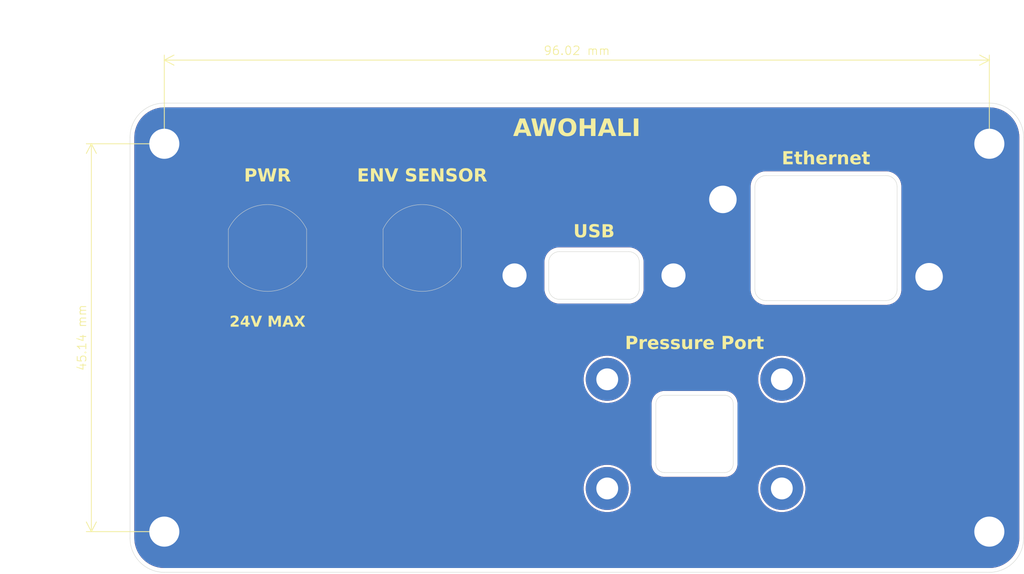
<source format=kicad_pcb>
(kicad_pcb (version 20241229) (generator "pcbnew") (generator_version "9.0")
  (title_block (title "Awohali - Front Panel") (date "2025-05-14") (rev "1") (comment 2 "PROTOTYPE") (comment 3 "2025"))
  (layers (0 "F.Cu" signal) (2 "B.Cu" signal) (13 "F.Paste" user) (15 "B.Paste" user) (5 "F.SilkS" user "F.Silkscreen") (7 "B.SilkS" user "B.Silkscreen") (1 "F.Mask" user) (3 "B.Mask" user) (25 "Edge.Cuts" user))
  (net 0 "")
  (net 1 "GND")
  (footprint "DS-Connectors-Panel-Mount:M8S" (layer "F.Cu") (at 106 96.86)
    (property "Reference" "J1" (hide yes))
    (property "Value" "M8S-04PFFR-SF8001" (hide yes))
    (fp_line (start -4.55 -2.19089) (end -4.55 2.19089) (stroke (width 0.05)) (layer "Edge.Cuts"))
    (fp_line (start 4.55 -2.19089) (end 4.55 2.19089) (stroke (width 0.05)) (layer "Edge.Cuts"))
    (fp_arc (start -4.55 -2.19089) (mid 0 -5.05) (end 4.55 -2.19089) (stroke (width 0.05)) (layer "Edge.Cuts"))
    (fp_arc (start 4.549999 2.19089) (mid 0 5.049999) (end -4.549999 2.19089) (stroke (width 0.05)) (layer "Edge.Cuts"))
    (pad "1" smd circle (at 0 0) (size 12.75 12.75) (layers "F.Cu" "F.Mask") (net 1 "GND"))
    (pad "1" smd circle (at 0 0) (size 12.75 12.75) (layers "B.Cu" "B.Mask") (net 1 "GND"))
  )
  (footprint "DS-Mounting-Holes:M3_PTH" (layer "F.Cu") (at 190.01 84.735)
    (property "Reference" "J6" (hide yes))
    (property "Value" "M3" (hide yes))
    (pad "1" thru_hole circle (at 0 0) (size 6 6) (drill 3.5) (layers "*.Cu" "*.Mask") (net 1 "GND"))
  )
  (footprint "lib_fp:LPS28_Sensor" (layer "F.Cu") (at 155.7 118.5)
    (property "Reference" "J9" (hide yes))
    (property "Value" "LPS28" (hide yes))
    (fp_line (start -4.499999 3.5) (end -4.5 -3.5) (stroke (width 0.05)) (layer "Edge.Cuts"))
    (fp_line (start -3.5 -4.499999) (end 3.5 -4.5) (stroke (width 0.05)) (layer "Edge.Cuts"))
    (fp_line (start 3.5 4.5) (end -3.500001 4.5) (stroke (width 0.05)) (layer "Edge.Cuts"))
    (fp_line (start 4.5 -3.5) (end 4.5 3.5) (stroke (width 0.05)) (layer "Edge.Cuts"))
    (fp_arc (start -4.5 -3.5) (mid -4.207107 -4.207107) (end -3.5 -4.5) (stroke (width 0.05)) (layer "Edge.Cuts"))
    (fp_arc (start -3.5 4.5) (mid -4.207107 4.207107) (end -4.5 3.5) (stroke (width 0.05)) (layer "Edge.Cuts"))
    (fp_arc (start 3.5 -4.5) (mid 4.207107 -4.207107) (end 4.5 -3.5) (stroke (width 0.05)) (layer "Edge.Cuts"))
    (fp_arc (start 4.5 3.5) (mid 4.207107 4.207107) (end 3.5 4.5) (stroke (width 0.05)) (layer "Edge.Cuts"))
    (pad "1" thru_hole circle (at -10.16 -6.35) (size 5 5) (drill 2.54) (layers "*.Cu" "*.Mask"))
    (pad "2" thru_hole circle (at 10.16 -6.35) (size 5 5) (drill 2.54) (layers "*.Cu" "*.Mask"))
    (pad "3" thru_hole circle (at 10.16 6.35) (size 5 5) (drill 2.54) (layers "*.Cu" "*.Mask"))
    (pad "4" thru_hole circle (at -10.16 6.35) (size 5 5) (drill 2.54) (layers "*.Cu" "*.Mask"))
  )
  (footprint "DS-Connectors-Panel-Mount:MRJ-53XX-X1" (layer "F.Cu") (at 171 95.71)
    (property "Reference" "J4" (hide yes))
    (property "Value" "MRJ-5381-M1" (hide yes))
    (fp_line (start -8.275 -5.975) (end -8.275 5.975) (stroke (width 0.05)) (layer "Edge.Cuts"))
    (fp_line (start -6.975 7.275) (end 6.975 7.275) (stroke (width 0.05)) (layer "Edge.Cuts"))
    (fp_line (start 6.975 -7.275) (end -6.975 -7.275) (stroke (width 0.05)) (layer "Edge.Cuts"))
    (fp_line (start 8.275 5.975) (end 8.275 -5.975) (stroke (width 0.05)) (layer "Edge.Cuts"))
    (fp_arc (start -8.275 -5.975) (mid -7.894239 -6.894239) (end -6.975 -7.275) (stroke (width 0.05)) (layer "Edge.Cuts"))
    (fp_arc (start -6.975 7.275) (mid -7.894239 6.894239) (end -8.275 5.975) (stroke (width 0.05)) (layer "Edge.Cuts"))
    (fp_arc (start 6.975 -7.275) (mid 7.894239 -6.894239) (end 8.275 -5.975) (stroke (width 0.05)) (layer "Edge.Cuts"))
    (fp_arc (start 8.275 5.975) (mid 7.894239 6.894239) (end 6.975 7.275) (stroke (width 0.05)) (layer "Edge.Cuts"))
    (pad "1" thru_hole circle (at -12 -4.5) (size 6 6) (drill 3.2) (layers "*.Cu" "*.Mask") (net 1 "GND"))
    (pad "2" thru_hole circle (at 12 4.5) (size 6 6) (drill 3.2) (layers "*.Cu" "*.Mask") (net 1 "GND"))
  )
  (footprint "DS-Connectors-Panel-Mount:M8S" (layer "F.Cu") (at 124 96.86)
    (property "Reference" "J2" (hide yes))
    (property "Value" "M8S-04PFFR-SF8001" (hide yes))
    (fp_line (start -4.55 -2.19089) (end -4.55 2.19089) (stroke (width 0.05)) (layer "Edge.Cuts"))
    (fp_line (start 4.55 -2.19089) (end 4.55 2.19089) (stroke (width 0.05)) (layer "Edge.Cuts"))
    (fp_arc (start -4.55 -2.19089) (mid 0 -5.05) (end 4.55 -2.19089) (stroke (width 0.05)) (layer "Edge.Cuts"))
    (fp_arc (start 4.549999 2.19089) (mid 0 5.049999) (end -4.549999 2.19089) (stroke (width 0.05)) (layer "Edge.Cuts"))
    (pad "1" smd circle (at 0 0) (size 12.75 12.75) (layers "F.Cu" "F.Mask") (net 1 "GND"))
    (pad "1" smd circle (at 0 0) (size 12.75 12.75) (layers "B.Cu" "B.Mask") (net 1 "GND"))
  )
  (footprint "DS-Mounting-Holes:M3_PTH" (layer "F.Cu") (at 93.99 84.735)
    (property "Reference" "J5" (hide yes))
    (property "Value" "M3" (hide yes))
    (pad "1" thru_hole circle (at 0 0) (size 6 6) (drill 3.5) (layers "*.Cu" "*.Mask") (net 1 "GND"))
  )
  (footprint "DS-Mounting-Holes:M3_PTH" (layer "F.Cu") (at 190.01 129.875)
    (property "Reference" "J7" (hide yes))
    (property "Value" "M3" (hide yes))
    (pad "1" thru_hole circle (at 0 0) (size 6 6) (drill 3.5) (layers "*.Cu" "*.Mask") (net 1 "GND"))
  )
  (footprint "DS-Mounting-Holes:M3_PTH" (layer "F.Cu") (at 93.99 129.875)
    (property "Reference" "J8" (hide yes))
    (property "Value" "M3" (hide yes))
    (pad "1" thru_hole circle (at 0 0) (size 6 6) (drill 3.5) (layers "*.Cu" "*.Mask") (net 1 "GND"))
  )
  (footprint "DS-Connectors-Panel-Mount:MUSBR-M1C1-XX" (layer "F.Cu") (at 144 100.06)
    (property "Reference" "J3" (hide yes))
    (property "Value" "MUSBRM1C1M0" (hide yes))
    (fp_line (start -5.275 -1.525) (end -5.275 1.524998) (stroke (width 0.05)) (layer "Edge.Cuts"))
    (fp_line (start -4.024998 2.775) (end 4.025 2.775) (stroke (width 0.05)) (layer "Edge.Cuts"))
    (fp_line (start 4.024998 -2.775) (end -4.025 -2.775) (stroke (width 0.05)) (layer "Edge.Cuts"))
    (fp_line (start 5.275 1.525) (end 5.275 -1.524998) (stroke (width 0.05)) (layer "Edge.Cuts"))
    (fp_arc (start -5.275 -1.525) (mid -4.908883 -2.408883) (end -4.025 -2.775) (stroke (width 0.05)) (layer "Edge.Cuts"))
    (fp_arc (start -4.025 2.775) (mid -4.908883 2.408883) (end -5.275 1.525) (stroke (width 0.05)) (layer "Edge.Cuts"))
    (fp_arc (start 4.025 -2.775) (mid 4.908883 -2.408883) (end 5.275 -1.525) (stroke (width 0.05)) (layer "Edge.Cuts"))
    (fp_arc (start 5.275 1.525) (mid 4.908883 2.408883) (end 4.025 2.775) (stroke (width 0.05)) (layer "Edge.Cuts"))
    (pad "1" thru_hole circle (at -9.25 0) (size 5 5) (drill 2.8) (layers "*.Cu" "*.Mask") (net 1 "GND"))
    (pad "2" thru_hole circle (at 9.25 0) (size 5 5) (drill 2.8) (layers "*.Cu" "*.Mask") (net 1 "GND"))
  )
  (gr_arc (start 90 83.99) (mid 91.168644 81.168644) (end 93.99 80) (stroke (width 0.05)) (layer "Edge.Cuts"))
  (gr_arc (start 190.01 80) (mid 192.831356 81.168644) (end 194 83.99) (stroke (width 0.05)) (layer "Edge.Cuts"))
  (gr_line (start 194 130.62) (end 194 83.99) (stroke (width 0.05)) (layer "Edge.Cuts"))
  (gr_line (start 90 83.99) (end 90 130.62) (stroke (width 0.05)) (layer "Edge.Cuts"))
  (gr_arc (start 93.99 134.61) (mid 91.168644 133.441356) (end 90 130.62) (stroke (width 0.05)) (layer "Edge.Cuts"))
  (gr_line (start 93.99 134.61) (end 190.01 134.61) (stroke (width 0.05)) (layer "Edge.Cuts"))
  (gr_arc (start 194 130.62) (mid 192.831356 133.441356) (end 190.01 134.61) (stroke (width 0.05)) (layer "Edge.Cuts"))
  (gr_line (start 190.01 80) (end 93.99 80) (stroke (width 0.05)) (layer "Edge.Cuts"))
  (gr_text "PWR" (at 106 88.5 0) (layer "F.SilkS") (effects (font (size 1.5 1.5) (thickness 0.375) (bold yes))))
  (gr_text "ENV SENSOR" (at 124 88.5 0) (layer "F.SilkS") (effects (font (size 1.5 1.5) (thickness 0.375) (bold yes))))
  (gr_text "USB" (at 144 95 0) (layer "F.SilkS") (effects (font (size 1.5 1.5) (thickness 0.375) (bold yes))))
  (gr_text "Pressure Port" (at 155.7 108 0) (layer "F.SilkS") (effects (font (size 1.5 1.5) (thickness 0.375) (bold yes))))
  (gr_text "AWOHALI" (at 142 83 0) (layer "F.SilkS") (effects (font (size 2 2) (thickness 0.375) (bold yes))))
  (gr_text "24V MAX" (at 106 105.5 0) (layer "F.SilkS") (effects (font (size 1.25 1.25) (thickness 0.25) (bold yes))))
  (gr_text "Ethernet" (at 171 86.5 0) (layer "F.SilkS") (effects (font (size 1.5 1.5) (thickness 0.375) (bold yes))))
  (dimension (type orthogonal) (layer "F.SilkS") (pts (xy 93.99 84.735) (xy 93.99 129.875)) (height -8.49) (orientation 1) (format (prefix "") (suffix "") (units 3) (units_format 1) (precision 4) (suppress_zeroes yes)) (style (thickness 0.1) (arrow_length 1.27) (text_position_mode 0) (arrow_direction outward) (extension_height 0.58642) (extension_offset 0.5) (keep_text_aligned yes)) (gr_text "45.14 mm" (at 84.4 107.305 90) (layer "F.SilkS") (effects (font (size 1 1) (thickness 0.1)))))
  (dimension (type orthogonal) (layer "F.SilkS") (pts (xy 190.01 84.735) (xy 93.99 84.735)) (height -9.735) (orientation 0) (format (prefix "") (suffix "") (units 3) (units_format 1) (precision 4) (suppress_zeroes yes)) (style (thickness 0.1) (arrow_length 1.27) (text_position_mode 0) (arrow_direction outward) (extension_height 0.58642) (extension_offset 0.5) (keep_text_aligned yes)) (gr_text "96.02 mm" (at 142 73.9 0) (layer "F.SilkS") (effects (font (size 1 1) (thickness 0.1)))))
  (zone (net 1) (net_name "GND") (layers "F.Cu" "B.Cu") (connect_pads yes (clearance 0.25)) (min_thickness 0.25) (fill yes (thermal_gap 0.5) (thermal_bridge_width 0.5))
    (polygon (pts (xy 90 80) (xy 90 134.8) (xy 194 134.8) (xy 194 80)))
  )
)
</source>
